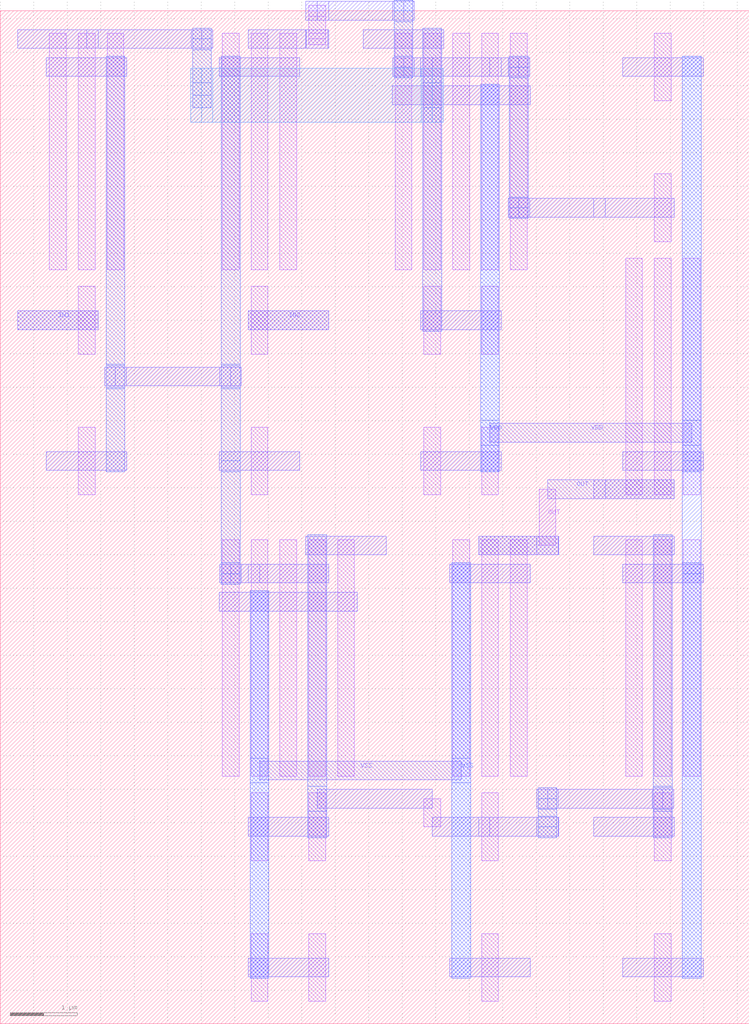
<source format=lef>
MACRO OPAMP_AS_COMPARATOR
  ORIGIN 0 0 ;
  FOREIGN OPAMP_AS_COMPARATOR 0 0 ;
  SIZE 11.18 BY 15.12 ;
  PIN OUT
    DIRECTION INOUT ;
    USE SIGNAL ;
    PORT 
      LAYER M2 ;
        RECT 7.14 7 8.34 7.28 ;
      LAYER M2 ;
        RECT 8.86 7.84 10.06 8.12 ;
      LAYER M2 ;
        RECT 8.01 7 8.33 7.28 ;
      LAYER M1 ;
        RECT 8.045 7.14 8.295 7.98 ;
      LAYER M2 ;
        RECT 8.17 7.84 9.03 8.12 ;
    END
  END OUT
  PIN VSS
    DIRECTION INOUT ;
    USE SIGNAL ;
    PORT 
      LAYER M3 ;
        RECT 3.73 0.68 4.01 6.46 ;
      LAYER M3 ;
        RECT 6.74 0.68 7.02 6.88 ;
      LAYER M3 ;
        RECT 3.73 3.595 4.01 3.965 ;
      LAYER M2 ;
        RECT 3.87 3.64 6.88 3.92 ;
      LAYER M3 ;
        RECT 6.74 3.595 7.02 3.965 ;
    END
  END VSS
  PIN VDD
    DIRECTION INOUT ;
    USE SIGNAL ;
    PORT 
      LAYER M3 ;
        RECT 10.18 0.68 10.46 6.88 ;
      LAYER M3 ;
        RECT 10.18 8.24 10.46 14.44 ;
      LAYER M3 ;
        RECT 7.17 8.24 7.45 14.02 ;
      LAYER M3 ;
        RECT 10.18 6.72 10.46 8.4 ;
      LAYER M3 ;
        RECT 10.18 8.635 10.46 9.005 ;
      LAYER M2 ;
        RECT 7.31 8.68 10.32 8.96 ;
      LAYER M3 ;
        RECT 7.17 8.635 7.45 9.005 ;
    END
  END VDD
  PIN IN1
    DIRECTION INOUT ;
    USE SIGNAL ;
    PORT 
      LAYER M2 ;
        RECT 0.26 10.36 1.46 10.64 ;
    END
  END IN1
  PIN IN2
    DIRECTION INOUT ;
    USE SIGNAL ;
    PORT 
      LAYER M2 ;
        RECT 3.7 10.36 4.9 10.64 ;
    END
  END IN2
  OBS 
  LAYER M3 ;
        RECT 4.59 2.78 4.87 7.3 ;
  LAYER M2 ;
        RECT 7.14 2.8 8.34 3.08 ;
  LAYER M3 ;
        RECT 4.59 3.175 4.87 3.545 ;
  LAYER M2 ;
        RECT 4.73 3.22 6.45 3.5 ;
  LAYER M1 ;
        RECT 6.325 2.94 6.575 3.36 ;
  LAYER M2 ;
        RECT 6.45 2.8 7.31 3.08 ;
  LAYER M3 ;
        RECT 9.75 2.78 10.03 7.3 ;
  LAYER M2 ;
        RECT 8.01 2.8 8.33 3.08 ;
  LAYER M3 ;
        RECT 8.03 2.94 8.31 3.36 ;
  LAYER M2 ;
        RECT 8.17 3.22 9.89 3.5 ;
  LAYER M3 ;
        RECT 9.75 3.175 10.03 3.545 ;
  LAYER M2 ;
        RECT 8.01 2.8 8.33 3.08 ;
  LAYER M3 ;
        RECT 8.03 2.78 8.31 3.1 ;
  LAYER M2 ;
        RECT 8.01 3.22 8.33 3.5 ;
  LAYER M3 ;
        RECT 8.03 3.2 8.31 3.52 ;
  LAYER M2 ;
        RECT 9.73 3.22 10.05 3.5 ;
  LAYER M3 ;
        RECT 9.75 3.2 10.03 3.52 ;
  LAYER M2 ;
        RECT 8.01 2.8 8.33 3.08 ;
  LAYER M3 ;
        RECT 8.03 2.78 8.31 3.1 ;
  LAYER M2 ;
        RECT 8.01 3.22 8.33 3.5 ;
  LAYER M3 ;
        RECT 8.03 3.2 8.31 3.52 ;
  LAYER M2 ;
        RECT 9.73 3.22 10.05 3.5 ;
  LAYER M3 ;
        RECT 9.75 3.2 10.03 3.52 ;
  LAYER M2 ;
        RECT 3.7 6.58 4.9 6.86 ;
  LAYER M3 ;
        RECT 3.3 8.24 3.58 14.44 ;
  LAYER M3 ;
        RECT 1.58 8.24 1.86 14.44 ;
  LAYER M2 ;
        RECT 3.44 6.58 3.87 6.86 ;
  LAYER M3 ;
        RECT 3.3 6.72 3.58 8.4 ;
  LAYER M3 ;
        RECT 3.3 9.475 3.58 9.845 ;
  LAYER M2 ;
        RECT 1.72 9.52 3.44 9.8 ;
  LAYER M3 ;
        RECT 1.58 9.475 1.86 9.845 ;
  LAYER M2 ;
        RECT 3.28 6.58 3.6 6.86 ;
  LAYER M3 ;
        RECT 3.3 6.56 3.58 6.88 ;
  LAYER M2 ;
        RECT 3.28 6.58 3.6 6.86 ;
  LAYER M3 ;
        RECT 3.3 6.56 3.58 6.88 ;
  LAYER M2 ;
        RECT 1.56 9.52 1.88 9.8 ;
  LAYER M3 ;
        RECT 1.58 9.5 1.86 9.82 ;
  LAYER M2 ;
        RECT 3.28 6.58 3.6 6.86 ;
  LAYER M3 ;
        RECT 3.3 6.56 3.58 6.88 ;
  LAYER M2 ;
        RECT 3.28 9.52 3.6 9.8 ;
  LAYER M3 ;
        RECT 3.3 9.5 3.58 9.82 ;
  LAYER M2 ;
        RECT 1.56 9.52 1.88 9.8 ;
  LAYER M3 ;
        RECT 1.58 9.5 1.86 9.82 ;
  LAYER M2 ;
        RECT 3.28 6.58 3.6 6.86 ;
  LAYER M3 ;
        RECT 3.3 6.56 3.58 6.88 ;
  LAYER M2 ;
        RECT 3.28 9.52 3.6 9.8 ;
  LAYER M3 ;
        RECT 3.3 9.5 3.58 9.82 ;
  LAYER M2 ;
        RECT 0.26 14.56 1.46 14.84 ;
  LAYER M3 ;
        RECT 6.31 10.34 6.59 14.86 ;
  LAYER M2 ;
        RECT 1.29 14.56 3.01 14.84 ;
  LAYER M3 ;
        RECT 2.87 13.86 3.15 14.7 ;
  LAYER M4 ;
        RECT 3.01 13.46 6.45 14.26 ;
  LAYER M3 ;
        RECT 6.31 13.675 6.59 14.045 ;
  LAYER M2 ;
        RECT 2.85 14.56 3.17 14.84 ;
  LAYER M3 ;
        RECT 2.87 14.54 3.15 14.86 ;
  LAYER M3 ;
        RECT 2.87 13.675 3.15 14.045 ;
  LAYER M4 ;
        RECT 2.845 13.46 3.175 14.26 ;
  LAYER M3 ;
        RECT 6.31 13.675 6.59 14.045 ;
  LAYER M4 ;
        RECT 6.285 13.46 6.615 14.26 ;
  LAYER M2 ;
        RECT 2.85 14.56 3.17 14.84 ;
  LAYER M3 ;
        RECT 2.87 14.54 3.15 14.86 ;
  LAYER M3 ;
        RECT 2.87 13.675 3.15 14.045 ;
  LAYER M4 ;
        RECT 2.845 13.46 3.175 14.26 ;
  LAYER M3 ;
        RECT 6.31 13.675 6.59 14.045 ;
  LAYER M4 ;
        RECT 6.285 13.46 6.615 14.26 ;
  LAYER M2 ;
        RECT 3.7 14.56 4.9 14.84 ;
  LAYER M2 ;
        RECT 6.28 14.14 7.48 14.42 ;
  LAYER M2 ;
        RECT 8.86 12.04 10.06 12.32 ;
  LAYER M2 ;
        RECT 4.57 14.56 4.89 14.84 ;
  LAYER M1 ;
        RECT 4.605 14.7 4.855 15.12 ;
  LAYER M2 ;
        RECT 4.73 14.98 6.02 15.26 ;
  LAYER M3 ;
        RECT 5.88 14.28 6.16 15.12 ;
  LAYER M2 ;
        RECT 6.02 14.14 6.45 14.42 ;
  LAYER M2 ;
        RECT 7.31 14.14 7.74 14.42 ;
  LAYER M3 ;
        RECT 7.6 12.18 7.88 14.28 ;
  LAYER M2 ;
        RECT 7.74 12.04 9.03 12.32 ;
  LAYER M1 ;
        RECT 4.605 14.615 4.855 14.785 ;
  LAYER M2 ;
        RECT 4.56 14.56 4.9 14.84 ;
  LAYER M1 ;
        RECT 4.605 15.035 4.855 15.205 ;
  LAYER M2 ;
        RECT 4.56 14.98 4.9 15.26 ;
  LAYER M2 ;
        RECT 5.86 14.14 6.18 14.42 ;
  LAYER M3 ;
        RECT 5.88 14.12 6.16 14.44 ;
  LAYER M2 ;
        RECT 5.86 14.98 6.18 15.26 ;
  LAYER M3 ;
        RECT 5.88 14.96 6.16 15.28 ;
  LAYER M1 ;
        RECT 4.605 14.615 4.855 14.785 ;
  LAYER M2 ;
        RECT 4.56 14.56 4.9 14.84 ;
  LAYER M1 ;
        RECT 4.605 15.035 4.855 15.205 ;
  LAYER M2 ;
        RECT 4.56 14.98 4.9 15.26 ;
  LAYER M2 ;
        RECT 5.86 14.14 6.18 14.42 ;
  LAYER M3 ;
        RECT 5.88 14.12 6.16 14.44 ;
  LAYER M2 ;
        RECT 5.86 14.98 6.18 15.26 ;
  LAYER M3 ;
        RECT 5.88 14.96 6.16 15.28 ;
  LAYER M1 ;
        RECT 4.605 14.615 4.855 14.785 ;
  LAYER M2 ;
        RECT 4.56 14.56 4.9 14.84 ;
  LAYER M1 ;
        RECT 4.605 15.035 4.855 15.205 ;
  LAYER M2 ;
        RECT 4.56 14.98 4.9 15.26 ;
  LAYER M2 ;
        RECT 5.86 14.14 6.18 14.42 ;
  LAYER M3 ;
        RECT 5.88 14.12 6.16 14.44 ;
  LAYER M2 ;
        RECT 5.86 14.98 6.18 15.26 ;
  LAYER M3 ;
        RECT 5.88 14.96 6.16 15.28 ;
  LAYER M2 ;
        RECT 7.58 12.04 7.9 12.32 ;
  LAYER M3 ;
        RECT 7.6 12.02 7.88 12.34 ;
  LAYER M2 ;
        RECT 7.58 14.14 7.9 14.42 ;
  LAYER M3 ;
        RECT 7.6 14.12 7.88 14.44 ;
  LAYER M1 ;
        RECT 4.605 14.615 4.855 14.785 ;
  LAYER M2 ;
        RECT 4.56 14.56 4.9 14.84 ;
  LAYER M1 ;
        RECT 4.605 15.035 4.855 15.205 ;
  LAYER M2 ;
        RECT 4.56 14.98 4.9 15.26 ;
  LAYER M2 ;
        RECT 5.86 14.14 6.18 14.42 ;
  LAYER M3 ;
        RECT 5.88 14.12 6.16 14.44 ;
  LAYER M2 ;
        RECT 5.86 14.98 6.18 15.26 ;
  LAYER M3 ;
        RECT 5.88 14.96 6.16 15.28 ;
  LAYER M2 ;
        RECT 7.58 12.04 7.9 12.32 ;
  LAYER M3 ;
        RECT 7.6 12.02 7.88 12.34 ;
  LAYER M2 ;
        RECT 7.58 14.14 7.9 14.42 ;
  LAYER M3 ;
        RECT 7.6 14.12 7.88 14.44 ;
  LAYER M1 ;
        RECT 4.605 3.695 4.855 7.225 ;
  LAYER M1 ;
        RECT 4.605 2.435 4.855 3.445 ;
  LAYER M1 ;
        RECT 4.605 0.335 4.855 1.345 ;
  LAYER M1 ;
        RECT 5.035 3.695 5.285 7.225 ;
  LAYER M1 ;
        RECT 4.175 3.695 4.425 7.225 ;
  LAYER M1 ;
        RECT 3.745 3.695 3.995 7.225 ;
  LAYER M1 ;
        RECT 3.745 2.435 3.995 3.445 ;
  LAYER M1 ;
        RECT 3.745 0.335 3.995 1.345 ;
  LAYER M1 ;
        RECT 3.315 3.695 3.565 7.225 ;
  LAYER M2 ;
        RECT 3.7 2.8 4.9 3.08 ;
  LAYER M2 ;
        RECT 4.56 7 5.76 7.28 ;
  LAYER M2 ;
        RECT 3.27 6.16 5.33 6.44 ;
  LAYER M2 ;
        RECT 3.7 0.7 4.9 0.98 ;
  LAYER M3 ;
        RECT 4.59 2.78 4.87 7.3 ;
  LAYER M2 ;
        RECT 3.7 6.58 4.9 6.86 ;
  LAYER M3 ;
        RECT 3.73 0.68 4.01 6.46 ;
  LAYER M1 ;
        RECT 7.185 3.695 7.435 7.225 ;
  LAYER M1 ;
        RECT 7.185 2.435 7.435 3.445 ;
  LAYER M1 ;
        RECT 7.185 0.335 7.435 1.345 ;
  LAYER M1 ;
        RECT 7.615 3.695 7.865 7.225 ;
  LAYER M1 ;
        RECT 6.755 3.695 7.005 7.225 ;
  LAYER M2 ;
        RECT 6.71 6.58 7.91 6.86 ;
  LAYER M2 ;
        RECT 6.71 0.7 7.91 0.98 ;
  LAYER M2 ;
        RECT 7.14 7 8.34 7.28 ;
  LAYER M2 ;
        RECT 7.14 2.8 8.34 3.08 ;
  LAYER M3 ;
        RECT 6.74 0.68 7.02 6.88 ;
  LAYER M1 ;
        RECT 6.325 11.255 6.575 14.785 ;
  LAYER M1 ;
        RECT 6.325 9.995 6.575 11.005 ;
  LAYER M1 ;
        RECT 6.325 7.895 6.575 8.905 ;
  LAYER M1 ;
        RECT 5.895 11.255 6.145 14.785 ;
  LAYER M1 ;
        RECT 6.755 11.255 7.005 14.785 ;
  LAYER M1 ;
        RECT 7.185 11.255 7.435 14.785 ;
  LAYER M1 ;
        RECT 7.185 9.995 7.435 11.005 ;
  LAYER M1 ;
        RECT 7.185 7.895 7.435 8.905 ;
  LAYER M1 ;
        RECT 7.615 11.255 7.865 14.785 ;
  LAYER M2 ;
        RECT 6.28 10.36 7.48 10.64 ;
  LAYER M2 ;
        RECT 5.42 14.56 6.62 14.84 ;
  LAYER M2 ;
        RECT 5.85 13.72 7.91 14 ;
  LAYER M2 ;
        RECT 6.28 8.26 7.48 8.54 ;
  LAYER M3 ;
        RECT 6.31 10.34 6.59 14.86 ;
  LAYER M2 ;
        RECT 6.28 14.14 7.48 14.42 ;
  LAYER M3 ;
        RECT 7.17 8.24 7.45 14.02 ;
  LAYER M1 ;
        RECT 9.765 3.695 10.015 7.225 ;
  LAYER M1 ;
        RECT 9.765 2.435 10.015 3.445 ;
  LAYER M1 ;
        RECT 9.765 0.335 10.015 1.345 ;
  LAYER M1 ;
        RECT 9.335 3.695 9.585 7.225 ;
  LAYER M1 ;
        RECT 10.195 3.695 10.445 7.225 ;
  LAYER M2 ;
        RECT 8.86 2.8 10.06 3.08 ;
  LAYER M2 ;
        RECT 8.86 7 10.06 7.28 ;
  LAYER M2 ;
        RECT 9.29 6.58 10.49 6.86 ;
  LAYER M2 ;
        RECT 9.29 0.7 10.49 0.98 ;
  LAYER M3 ;
        RECT 9.75 2.78 10.03 7.3 ;
  LAYER M3 ;
        RECT 10.18 0.68 10.46 6.88 ;
  LAYER M1 ;
        RECT 1.165 11.255 1.415 14.785 ;
  LAYER M1 ;
        RECT 1.165 9.995 1.415 11.005 ;
  LAYER M1 ;
        RECT 1.165 7.895 1.415 8.905 ;
  LAYER M1 ;
        RECT 0.735 11.255 0.985 14.785 ;
  LAYER M1 ;
        RECT 1.595 11.255 1.845 14.785 ;
  LAYER M2 ;
        RECT 0.69 14.14 1.89 14.42 ;
  LAYER M2 ;
        RECT 0.69 8.26 1.89 8.54 ;
  LAYER M2 ;
        RECT 0.26 14.56 1.46 14.84 ;
  LAYER M2 ;
        RECT 0.26 10.36 1.46 10.64 ;
  LAYER M3 ;
        RECT 1.58 8.24 1.86 14.44 ;
  LAYER M1 ;
        RECT 3.745 11.255 3.995 14.785 ;
  LAYER M1 ;
        RECT 3.745 9.995 3.995 11.005 ;
  LAYER M1 ;
        RECT 3.745 7.895 3.995 8.905 ;
  LAYER M1 ;
        RECT 4.175 11.255 4.425 14.785 ;
  LAYER M1 ;
        RECT 3.315 11.255 3.565 14.785 ;
  LAYER M2 ;
        RECT 3.27 14.14 4.47 14.42 ;
  LAYER M2 ;
        RECT 3.27 8.26 4.47 8.54 ;
  LAYER M2 ;
        RECT 3.7 14.56 4.9 14.84 ;
  LAYER M2 ;
        RECT 3.7 10.36 4.9 10.64 ;
  LAYER M3 ;
        RECT 3.3 8.24 3.58 14.44 ;
  LAYER M1 ;
        RECT 9.765 7.895 10.015 11.425 ;
  LAYER M1 ;
        RECT 9.765 11.675 10.015 12.685 ;
  LAYER M1 ;
        RECT 9.765 13.775 10.015 14.785 ;
  LAYER M1 ;
        RECT 9.335 7.895 9.585 11.425 ;
  LAYER M1 ;
        RECT 10.195 7.895 10.445 11.425 ;
  LAYER M2 ;
        RECT 9.29 8.26 10.49 8.54 ;
  LAYER M2 ;
        RECT 9.29 14.14 10.49 14.42 ;
  LAYER M2 ;
        RECT 8.86 7.84 10.06 8.12 ;
  LAYER M2 ;
        RECT 8.86 12.04 10.06 12.32 ;
  LAYER M3 ;
        RECT 10.18 8.24 10.46 14.44 ;
  END 
END OPAMP_AS_COMPARATOR

</source>
